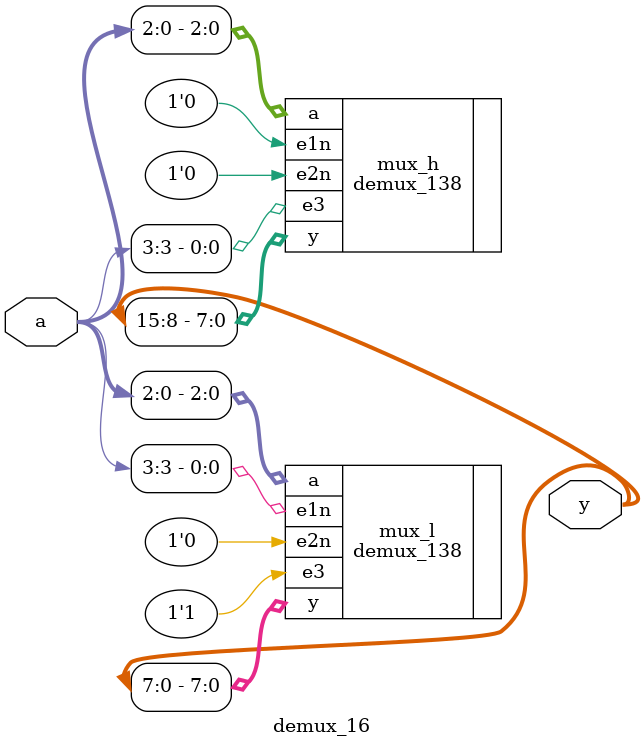
<source format=v>
module demux_16(
    input [3:0] a,
    output [15:0] y
);

    demux_138 mux_l(.e1n(a[3]), .e2n(1'b0), .e3(1'b1), .a(a[2:0]), .y(y[7:0]));
    demux_138 mux_h(.e1n(1'b0), .e2n(1'b0), .e3(a[3]), .a(a[2:0]), .y(y[15:8]));

endmodule
</source>
